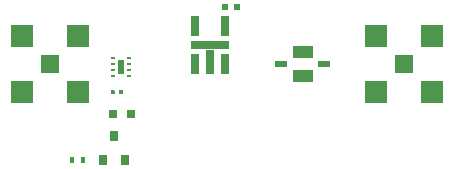
<source format=gtp>
G04 #@! TF.GenerationSoftware,KiCad,Pcbnew,(5.0.1)-4*
G04 #@! TF.CreationDate,2019-05-23T13:05:23-07:00*
G04 #@! TF.ProjectId,Transmit_circuit,5472616E736D69745F63697263756974,rev?*
G04 #@! TF.SameCoordinates,Original*
G04 #@! TF.FileFunction,Paste,Top*
G04 #@! TF.FilePolarity,Positive*
%FSLAX46Y46*%
G04 Gerber Fmt 4.6, Leading zero omitted, Abs format (unit mm)*
G04 Created by KiCad (PCBNEW (5.0.1)-4) date 5/23/2019 1:05:23 PM*
%MOMM*%
%LPD*%
G01*
G04 APERTURE LIST*
%ADD10R,0.400000X0.600000*%
%ADD11R,0.990000X0.610000*%
%ADD12R,1.750000X0.990000*%
%ADD13R,0.600000X1.200000*%
%ADD14R,0.350000X0.250000*%
%ADD15R,1.900000X1.900000*%
%ADD16R,1.500000X1.500000*%
%ADD17C,0.200000*%
%ADD18C,0.318000*%
%ADD19R,0.800000X0.900000*%
%ADD20R,0.790000X1.680000*%
%ADD21R,3.330000X0.690000*%
%ADD22R,0.690000X2.110000*%
%ADD23R,0.600000X0.500000*%
%ADD24R,0.800000X0.750000*%
G04 APERTURE END LIST*
D10*
G04 #@! TO.C,R1*
X104125000Y-122575000D03*
X105025000Y-122575000D03*
G04 #@! TD*
D11*
G04 #@! TO.C,U4*
X121810000Y-114500000D03*
D12*
X123625000Y-115515000D03*
D11*
X125440000Y-114500000D03*
D12*
X123625000Y-113485000D03*
G04 #@! TD*
D13*
G04 #@! TO.C,U2*
X108250000Y-114750000D03*
D14*
X108925000Y-114000000D03*
X108925000Y-114500000D03*
X108925000Y-115000000D03*
X108925000Y-115500000D03*
X107575000Y-115500000D03*
X107575000Y-115000000D03*
X107575000Y-114500000D03*
X107575000Y-114000000D03*
G04 #@! TD*
D15*
G04 #@! TO.C,CON1*
X104625000Y-112125000D03*
X104625000Y-116875000D03*
X99875000Y-116875000D03*
X99875000Y-112125000D03*
D16*
X102250000Y-114500000D03*
G04 #@! TD*
G04 #@! TO.C,CON2*
X132250000Y-114500000D03*
D15*
X129875000Y-112125000D03*
X129875000Y-116875000D03*
X134625000Y-116875000D03*
X134625000Y-112125000D03*
G04 #@! TD*
D17*
G04 #@! TO.C,R2*
G36*
X107642292Y-116695383D02*
X107650010Y-116696528D01*
X107657578Y-116698423D01*
X107664923Y-116701052D01*
X107671976Y-116704387D01*
X107678668Y-116708398D01*
X107684934Y-116713046D01*
X107690715Y-116718285D01*
X107695954Y-116724066D01*
X107700602Y-116730332D01*
X107704613Y-116737024D01*
X107707948Y-116744077D01*
X107710577Y-116751422D01*
X107712472Y-116758990D01*
X107713617Y-116766708D01*
X107714000Y-116774500D01*
X107714000Y-116975500D01*
X107713617Y-116983292D01*
X107712472Y-116991010D01*
X107710577Y-116998578D01*
X107707948Y-117005923D01*
X107704613Y-117012976D01*
X107700602Y-117019668D01*
X107695954Y-117025934D01*
X107690715Y-117031715D01*
X107684934Y-117036954D01*
X107678668Y-117041602D01*
X107671976Y-117045613D01*
X107664923Y-117048948D01*
X107657578Y-117051577D01*
X107650010Y-117053472D01*
X107642292Y-117054617D01*
X107634500Y-117055000D01*
X107475500Y-117055000D01*
X107467708Y-117054617D01*
X107459990Y-117053472D01*
X107452422Y-117051577D01*
X107445077Y-117048948D01*
X107438024Y-117045613D01*
X107431332Y-117041602D01*
X107425066Y-117036954D01*
X107419285Y-117031715D01*
X107414046Y-117025934D01*
X107409398Y-117019668D01*
X107405387Y-117012976D01*
X107402052Y-117005923D01*
X107399423Y-116998578D01*
X107397528Y-116991010D01*
X107396383Y-116983292D01*
X107396000Y-116975500D01*
X107396000Y-116774500D01*
X107396383Y-116766708D01*
X107397528Y-116758990D01*
X107399423Y-116751422D01*
X107402052Y-116744077D01*
X107405387Y-116737024D01*
X107409398Y-116730332D01*
X107414046Y-116724066D01*
X107419285Y-116718285D01*
X107425066Y-116713046D01*
X107431332Y-116708398D01*
X107438024Y-116704387D01*
X107445077Y-116701052D01*
X107452422Y-116698423D01*
X107459990Y-116696528D01*
X107467708Y-116695383D01*
X107475500Y-116695000D01*
X107634500Y-116695000D01*
X107642292Y-116695383D01*
X107642292Y-116695383D01*
G37*
D18*
X107555000Y-116875000D03*
D17*
G36*
X108332292Y-116695383D02*
X108340010Y-116696528D01*
X108347578Y-116698423D01*
X108354923Y-116701052D01*
X108361976Y-116704387D01*
X108368668Y-116708398D01*
X108374934Y-116713046D01*
X108380715Y-116718285D01*
X108385954Y-116724066D01*
X108390602Y-116730332D01*
X108394613Y-116737024D01*
X108397948Y-116744077D01*
X108400577Y-116751422D01*
X108402472Y-116758990D01*
X108403617Y-116766708D01*
X108404000Y-116774500D01*
X108404000Y-116975500D01*
X108403617Y-116983292D01*
X108402472Y-116991010D01*
X108400577Y-116998578D01*
X108397948Y-117005923D01*
X108394613Y-117012976D01*
X108390602Y-117019668D01*
X108385954Y-117025934D01*
X108380715Y-117031715D01*
X108374934Y-117036954D01*
X108368668Y-117041602D01*
X108361976Y-117045613D01*
X108354923Y-117048948D01*
X108347578Y-117051577D01*
X108340010Y-117053472D01*
X108332292Y-117054617D01*
X108324500Y-117055000D01*
X108165500Y-117055000D01*
X108157708Y-117054617D01*
X108149990Y-117053472D01*
X108142422Y-117051577D01*
X108135077Y-117048948D01*
X108128024Y-117045613D01*
X108121332Y-117041602D01*
X108115066Y-117036954D01*
X108109285Y-117031715D01*
X108104046Y-117025934D01*
X108099398Y-117019668D01*
X108095387Y-117012976D01*
X108092052Y-117005923D01*
X108089423Y-116998578D01*
X108087528Y-116991010D01*
X108086383Y-116983292D01*
X108086000Y-116975500D01*
X108086000Y-116774500D01*
X108086383Y-116766708D01*
X108087528Y-116758990D01*
X108089423Y-116751422D01*
X108092052Y-116744077D01*
X108095387Y-116737024D01*
X108099398Y-116730332D01*
X108104046Y-116724066D01*
X108109285Y-116718285D01*
X108115066Y-116713046D01*
X108121332Y-116708398D01*
X108128024Y-116704387D01*
X108135077Y-116701052D01*
X108142422Y-116698423D01*
X108149990Y-116696528D01*
X108157708Y-116695383D01*
X108165500Y-116695000D01*
X108324500Y-116695000D01*
X108332292Y-116695383D01*
X108332292Y-116695383D01*
G37*
D18*
X108245000Y-116875000D03*
G04 #@! TD*
D19*
G04 #@! TO.C,U1*
X107675000Y-120575000D03*
X106725000Y-122575000D03*
X108625000Y-122575000D03*
G04 #@! TD*
D20*
G04 #@! TO.C,U3*
X114480000Y-114485000D03*
X117020000Y-114485000D03*
X117020000Y-111265000D03*
X114480000Y-111265000D03*
D21*
X115750000Y-112875000D03*
D22*
X115750000Y-114275000D03*
G04 #@! TD*
D23*
G04 #@! TO.C,C1*
X118075000Y-109625000D03*
X117075000Y-109625000D03*
G04 #@! TD*
D24*
G04 #@! TO.C,C2*
X107600000Y-118725000D03*
X109100000Y-118725000D03*
G04 #@! TD*
M02*

</source>
